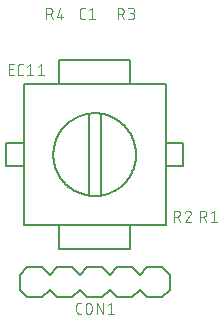
<source format=gbr>
G04 EAGLE Gerber RS-274X export*
G75*
%MOMM*%
%FSLAX34Y34*%
%LPD*%
%INSilkscreen Top*%
%IPPOS*%
%AMOC8*
5,1,8,0,0,1.08239X$1,22.5*%
G01*
%ADD10C,0.076200*%
%ADD11C,0.203200*%
%ADD12C,0.101600*%
%ADD13C,0.127000*%


D10*
X271258Y330581D02*
X269169Y330581D01*
X269080Y330583D01*
X268992Y330589D01*
X268904Y330598D01*
X268816Y330611D01*
X268729Y330628D01*
X268643Y330648D01*
X268558Y330673D01*
X268473Y330700D01*
X268390Y330732D01*
X268309Y330766D01*
X268229Y330805D01*
X268151Y330846D01*
X268074Y330891D01*
X268000Y330939D01*
X267927Y330990D01*
X267857Y331044D01*
X267790Y331102D01*
X267724Y331162D01*
X267662Y331224D01*
X267602Y331290D01*
X267544Y331357D01*
X267490Y331427D01*
X267439Y331500D01*
X267391Y331574D01*
X267346Y331651D01*
X267305Y331729D01*
X267266Y331809D01*
X267232Y331890D01*
X267200Y331973D01*
X267173Y332058D01*
X267148Y332143D01*
X267128Y332229D01*
X267111Y332316D01*
X267098Y332404D01*
X267089Y332492D01*
X267083Y332580D01*
X267081Y332669D01*
X267081Y337891D01*
X267083Y337982D01*
X267089Y338073D01*
X267099Y338164D01*
X267113Y338254D01*
X267130Y338343D01*
X267152Y338431D01*
X267178Y338519D01*
X267207Y338605D01*
X267240Y338690D01*
X267277Y338773D01*
X267317Y338855D01*
X267361Y338935D01*
X267408Y339013D01*
X267459Y339089D01*
X267512Y339162D01*
X267569Y339233D01*
X267630Y339302D01*
X267693Y339367D01*
X267758Y339430D01*
X267827Y339490D01*
X267898Y339548D01*
X267971Y339601D01*
X268047Y339652D01*
X268125Y339699D01*
X268205Y339743D01*
X268287Y339783D01*
X268370Y339820D01*
X268455Y339853D01*
X268541Y339882D01*
X268629Y339908D01*
X268717Y339930D01*
X268806Y339947D01*
X268896Y339961D01*
X268987Y339971D01*
X269078Y339977D01*
X269169Y339979D01*
X271258Y339979D01*
X274727Y337891D02*
X277337Y339979D01*
X277337Y330581D01*
X274727Y330581D02*
X279948Y330581D01*
D11*
X298450Y120650D02*
X311150Y120650D01*
X317500Y114300D01*
X317500Y101600D02*
X311150Y95250D01*
X317500Y114300D02*
X323850Y120650D01*
X336550Y120650D01*
X342900Y114300D01*
X342900Y101600D02*
X336550Y95250D01*
X323850Y95250D01*
X317500Y101600D01*
X273050Y120650D02*
X266700Y114300D01*
X273050Y120650D02*
X285750Y120650D01*
X292100Y114300D01*
X292100Y101600D02*
X285750Y95250D01*
X273050Y95250D01*
X266700Y101600D01*
X292100Y114300D02*
X298450Y120650D01*
X292100Y101600D02*
X298450Y95250D01*
X311150Y95250D01*
X234950Y120650D02*
X222250Y120650D01*
X234950Y120650D02*
X241300Y114300D01*
X241300Y101600D02*
X234950Y95250D01*
X241300Y114300D02*
X247650Y120650D01*
X260350Y120650D01*
X266700Y114300D01*
X266700Y101600D02*
X260350Y95250D01*
X247650Y95250D01*
X241300Y101600D01*
X215900Y101600D02*
X215900Y114300D01*
X222250Y120650D01*
X215900Y101600D02*
X222250Y95250D01*
X234950Y95250D01*
X342900Y101600D02*
X342900Y114300D01*
D12*
X268097Y81153D02*
X266065Y81153D01*
X265976Y81155D01*
X265888Y81161D01*
X265800Y81170D01*
X265712Y81184D01*
X265625Y81201D01*
X265539Y81222D01*
X265454Y81247D01*
X265370Y81276D01*
X265287Y81308D01*
X265206Y81343D01*
X265127Y81383D01*
X265049Y81425D01*
X264973Y81471D01*
X264899Y81520D01*
X264828Y81573D01*
X264759Y81628D01*
X264692Y81687D01*
X264628Y81748D01*
X264567Y81812D01*
X264508Y81879D01*
X264453Y81948D01*
X264400Y82019D01*
X264351Y82093D01*
X264305Y82169D01*
X264263Y82247D01*
X264223Y82326D01*
X264188Y82407D01*
X264156Y82490D01*
X264127Y82574D01*
X264102Y82659D01*
X264081Y82745D01*
X264064Y82832D01*
X264050Y82920D01*
X264041Y83008D01*
X264035Y83096D01*
X264033Y83185D01*
X264033Y88265D01*
X264035Y88354D01*
X264041Y88442D01*
X264050Y88530D01*
X264064Y88618D01*
X264081Y88705D01*
X264102Y88791D01*
X264127Y88876D01*
X264156Y88960D01*
X264188Y89043D01*
X264223Y89124D01*
X264263Y89203D01*
X264305Y89281D01*
X264351Y89357D01*
X264400Y89431D01*
X264453Y89502D01*
X264508Y89571D01*
X264567Y89638D01*
X264628Y89702D01*
X264692Y89763D01*
X264759Y89822D01*
X264828Y89877D01*
X264899Y89930D01*
X264973Y89979D01*
X265049Y90025D01*
X265127Y90067D01*
X265206Y90107D01*
X265287Y90142D01*
X265370Y90174D01*
X265454Y90203D01*
X265539Y90228D01*
X265625Y90249D01*
X265712Y90266D01*
X265800Y90280D01*
X265888Y90289D01*
X265976Y90295D01*
X266065Y90297D01*
X268097Y90297D01*
X271683Y87757D02*
X271683Y83693D01*
X271683Y87757D02*
X271685Y87857D01*
X271691Y87956D01*
X271701Y88056D01*
X271714Y88154D01*
X271732Y88253D01*
X271753Y88350D01*
X271778Y88446D01*
X271807Y88542D01*
X271840Y88636D01*
X271876Y88729D01*
X271916Y88820D01*
X271960Y88910D01*
X272007Y88998D01*
X272057Y89084D01*
X272111Y89168D01*
X272168Y89250D01*
X272228Y89329D01*
X272292Y89407D01*
X272358Y89481D01*
X272427Y89553D01*
X272499Y89622D01*
X272573Y89688D01*
X272651Y89752D01*
X272730Y89812D01*
X272812Y89869D01*
X272896Y89923D01*
X272982Y89973D01*
X273070Y90020D01*
X273160Y90064D01*
X273251Y90104D01*
X273344Y90140D01*
X273438Y90173D01*
X273534Y90202D01*
X273630Y90227D01*
X273727Y90248D01*
X273826Y90266D01*
X273924Y90279D01*
X274024Y90289D01*
X274123Y90295D01*
X274223Y90297D01*
X274323Y90295D01*
X274422Y90289D01*
X274522Y90279D01*
X274620Y90266D01*
X274719Y90248D01*
X274816Y90227D01*
X274912Y90202D01*
X275008Y90173D01*
X275102Y90140D01*
X275195Y90104D01*
X275286Y90064D01*
X275376Y90020D01*
X275464Y89973D01*
X275550Y89923D01*
X275634Y89869D01*
X275716Y89812D01*
X275795Y89752D01*
X275873Y89688D01*
X275947Y89622D01*
X276019Y89553D01*
X276088Y89481D01*
X276154Y89407D01*
X276218Y89329D01*
X276278Y89250D01*
X276335Y89168D01*
X276389Y89084D01*
X276439Y88998D01*
X276486Y88910D01*
X276530Y88820D01*
X276570Y88729D01*
X276606Y88636D01*
X276639Y88542D01*
X276668Y88446D01*
X276693Y88350D01*
X276714Y88253D01*
X276732Y88154D01*
X276745Y88056D01*
X276755Y87956D01*
X276761Y87857D01*
X276763Y87757D01*
X276763Y83693D01*
X276761Y83593D01*
X276755Y83494D01*
X276745Y83394D01*
X276732Y83296D01*
X276714Y83197D01*
X276693Y83100D01*
X276668Y83004D01*
X276639Y82908D01*
X276606Y82814D01*
X276570Y82721D01*
X276530Y82630D01*
X276486Y82540D01*
X276439Y82452D01*
X276389Y82366D01*
X276335Y82282D01*
X276278Y82200D01*
X276218Y82121D01*
X276154Y82043D01*
X276088Y81969D01*
X276019Y81897D01*
X275947Y81828D01*
X275873Y81762D01*
X275795Y81698D01*
X275716Y81638D01*
X275634Y81581D01*
X275550Y81527D01*
X275464Y81477D01*
X275376Y81430D01*
X275286Y81386D01*
X275195Y81346D01*
X275102Y81310D01*
X275008Y81277D01*
X274912Y81248D01*
X274816Y81223D01*
X274719Y81202D01*
X274620Y81184D01*
X274522Y81171D01*
X274422Y81161D01*
X274323Y81155D01*
X274223Y81153D01*
X274123Y81155D01*
X274024Y81161D01*
X273924Y81171D01*
X273826Y81184D01*
X273727Y81202D01*
X273630Y81223D01*
X273534Y81248D01*
X273438Y81277D01*
X273344Y81310D01*
X273251Y81346D01*
X273160Y81386D01*
X273070Y81430D01*
X272982Y81477D01*
X272896Y81527D01*
X272812Y81581D01*
X272730Y81638D01*
X272651Y81698D01*
X272573Y81762D01*
X272499Y81828D01*
X272427Y81897D01*
X272358Y81969D01*
X272292Y82043D01*
X272228Y82121D01*
X272168Y82200D01*
X272111Y82282D01*
X272057Y82366D01*
X272007Y82452D01*
X271960Y82540D01*
X271916Y82630D01*
X271876Y82721D01*
X271840Y82814D01*
X271807Y82908D01*
X271778Y83004D01*
X271753Y83100D01*
X271732Y83197D01*
X271714Y83296D01*
X271701Y83394D01*
X271691Y83494D01*
X271685Y83593D01*
X271683Y83693D01*
X281132Y81153D02*
X281132Y90297D01*
X286212Y81153D01*
X286212Y90297D01*
X290580Y88265D02*
X293120Y90297D01*
X293120Y81153D01*
X290580Y81153D02*
X295660Y81153D01*
D10*
X368681Y159131D02*
X368681Y168529D01*
X371292Y168529D01*
X371393Y168527D01*
X371494Y168521D01*
X371595Y168511D01*
X371695Y168498D01*
X371795Y168480D01*
X371894Y168459D01*
X371992Y168433D01*
X372089Y168404D01*
X372185Y168372D01*
X372279Y168335D01*
X372372Y168295D01*
X372464Y168251D01*
X372553Y168204D01*
X372641Y168153D01*
X372727Y168099D01*
X372810Y168042D01*
X372892Y167982D01*
X372970Y167918D01*
X373047Y167852D01*
X373120Y167782D01*
X373191Y167710D01*
X373259Y167635D01*
X373324Y167557D01*
X373386Y167477D01*
X373445Y167395D01*
X373501Y167310D01*
X373553Y167223D01*
X373602Y167135D01*
X373648Y167044D01*
X373689Y166952D01*
X373728Y166858D01*
X373762Y166763D01*
X373793Y166667D01*
X373820Y166569D01*
X373844Y166471D01*
X373863Y166371D01*
X373879Y166271D01*
X373891Y166171D01*
X373899Y166070D01*
X373903Y165969D01*
X373903Y165867D01*
X373899Y165766D01*
X373891Y165665D01*
X373879Y165565D01*
X373863Y165465D01*
X373844Y165365D01*
X373820Y165267D01*
X373793Y165169D01*
X373762Y165073D01*
X373728Y164978D01*
X373689Y164884D01*
X373648Y164792D01*
X373602Y164701D01*
X373553Y164612D01*
X373501Y164526D01*
X373445Y164441D01*
X373386Y164359D01*
X373324Y164279D01*
X373259Y164201D01*
X373191Y164126D01*
X373120Y164054D01*
X373047Y163984D01*
X372970Y163918D01*
X372892Y163854D01*
X372810Y163794D01*
X372727Y163737D01*
X372641Y163683D01*
X372553Y163632D01*
X372464Y163585D01*
X372372Y163541D01*
X372279Y163501D01*
X372185Y163464D01*
X372089Y163432D01*
X371992Y163403D01*
X371894Y163377D01*
X371795Y163356D01*
X371695Y163338D01*
X371595Y163325D01*
X371494Y163315D01*
X371393Y163309D01*
X371292Y163307D01*
X371292Y163308D02*
X368681Y163308D01*
X371814Y163308D02*
X373902Y159131D01*
X377768Y166441D02*
X380378Y168529D01*
X380378Y159131D01*
X377768Y159131D02*
X382989Y159131D01*
X346456Y159131D02*
X346456Y168529D01*
X349067Y168529D01*
X349168Y168527D01*
X349269Y168521D01*
X349370Y168511D01*
X349470Y168498D01*
X349570Y168480D01*
X349669Y168459D01*
X349767Y168433D01*
X349864Y168404D01*
X349960Y168372D01*
X350054Y168335D01*
X350147Y168295D01*
X350239Y168251D01*
X350328Y168204D01*
X350416Y168153D01*
X350502Y168099D01*
X350585Y168042D01*
X350667Y167982D01*
X350745Y167918D01*
X350822Y167852D01*
X350895Y167782D01*
X350966Y167710D01*
X351034Y167635D01*
X351099Y167557D01*
X351161Y167477D01*
X351220Y167395D01*
X351276Y167310D01*
X351328Y167223D01*
X351377Y167135D01*
X351423Y167044D01*
X351464Y166952D01*
X351503Y166858D01*
X351537Y166763D01*
X351568Y166667D01*
X351595Y166569D01*
X351619Y166471D01*
X351638Y166371D01*
X351654Y166271D01*
X351666Y166171D01*
X351674Y166070D01*
X351678Y165969D01*
X351678Y165867D01*
X351674Y165766D01*
X351666Y165665D01*
X351654Y165565D01*
X351638Y165465D01*
X351619Y165365D01*
X351595Y165267D01*
X351568Y165169D01*
X351537Y165073D01*
X351503Y164978D01*
X351464Y164884D01*
X351423Y164792D01*
X351377Y164701D01*
X351328Y164612D01*
X351276Y164526D01*
X351220Y164441D01*
X351161Y164359D01*
X351099Y164279D01*
X351034Y164201D01*
X350966Y164126D01*
X350895Y164054D01*
X350822Y163984D01*
X350745Y163918D01*
X350667Y163854D01*
X350585Y163794D01*
X350502Y163737D01*
X350416Y163683D01*
X350328Y163632D01*
X350239Y163585D01*
X350147Y163541D01*
X350054Y163501D01*
X349960Y163464D01*
X349864Y163432D01*
X349767Y163403D01*
X349669Y163377D01*
X349570Y163356D01*
X349470Y163338D01*
X349370Y163325D01*
X349269Y163315D01*
X349168Y163309D01*
X349067Y163307D01*
X349067Y163308D02*
X346456Y163308D01*
X349589Y163308D02*
X351677Y159131D01*
X360765Y166180D02*
X360763Y166275D01*
X360757Y166369D01*
X360748Y166463D01*
X360735Y166557D01*
X360718Y166650D01*
X360697Y166742D01*
X360672Y166834D01*
X360644Y166924D01*
X360612Y167013D01*
X360577Y167101D01*
X360538Y167187D01*
X360496Y167272D01*
X360450Y167355D01*
X360401Y167436D01*
X360349Y167515D01*
X360294Y167592D01*
X360235Y167666D01*
X360174Y167738D01*
X360110Y167808D01*
X360043Y167875D01*
X359973Y167939D01*
X359901Y168000D01*
X359827Y168059D01*
X359750Y168114D01*
X359671Y168166D01*
X359590Y168215D01*
X359507Y168261D01*
X359422Y168303D01*
X359336Y168342D01*
X359248Y168377D01*
X359159Y168409D01*
X359069Y168437D01*
X358977Y168462D01*
X358885Y168483D01*
X358792Y168500D01*
X358698Y168513D01*
X358604Y168522D01*
X358510Y168528D01*
X358415Y168530D01*
X358415Y168529D02*
X358307Y168527D01*
X358198Y168521D01*
X358090Y168511D01*
X357983Y168498D01*
X357876Y168480D01*
X357769Y168459D01*
X357664Y168434D01*
X357559Y168405D01*
X357456Y168373D01*
X357354Y168336D01*
X357253Y168296D01*
X357154Y168253D01*
X357056Y168206D01*
X356960Y168155D01*
X356866Y168101D01*
X356774Y168044D01*
X356684Y167983D01*
X356596Y167919D01*
X356511Y167853D01*
X356428Y167783D01*
X356348Y167710D01*
X356270Y167634D01*
X356195Y167556D01*
X356123Y167475D01*
X356054Y167391D01*
X355988Y167305D01*
X355925Y167217D01*
X355866Y167126D01*
X355809Y167034D01*
X355756Y166939D01*
X355707Y166843D01*
X355661Y166744D01*
X355618Y166645D01*
X355579Y166543D01*
X355544Y166441D01*
X359981Y164352D02*
X360050Y164421D01*
X360116Y164492D01*
X360180Y164565D01*
X360241Y164641D01*
X360299Y164720D01*
X360353Y164800D01*
X360405Y164883D01*
X360453Y164967D01*
X360499Y165053D01*
X360540Y165141D01*
X360579Y165231D01*
X360614Y165322D01*
X360645Y165414D01*
X360673Y165507D01*
X360697Y165601D01*
X360717Y165696D01*
X360734Y165792D01*
X360747Y165889D01*
X360756Y165986D01*
X360762Y166083D01*
X360764Y166180D01*
X359981Y164352D02*
X355543Y159131D01*
X360764Y159131D01*
X298831Y330581D02*
X298831Y339979D01*
X301442Y339979D01*
X301543Y339977D01*
X301644Y339971D01*
X301745Y339961D01*
X301845Y339948D01*
X301945Y339930D01*
X302044Y339909D01*
X302142Y339883D01*
X302239Y339854D01*
X302335Y339822D01*
X302429Y339785D01*
X302522Y339745D01*
X302614Y339701D01*
X302703Y339654D01*
X302791Y339603D01*
X302877Y339549D01*
X302960Y339492D01*
X303042Y339432D01*
X303120Y339368D01*
X303197Y339302D01*
X303270Y339232D01*
X303341Y339160D01*
X303409Y339085D01*
X303474Y339007D01*
X303536Y338927D01*
X303595Y338845D01*
X303651Y338760D01*
X303703Y338673D01*
X303752Y338585D01*
X303798Y338494D01*
X303839Y338402D01*
X303878Y338308D01*
X303912Y338213D01*
X303943Y338117D01*
X303970Y338019D01*
X303994Y337921D01*
X304013Y337821D01*
X304029Y337721D01*
X304041Y337621D01*
X304049Y337520D01*
X304053Y337419D01*
X304053Y337317D01*
X304049Y337216D01*
X304041Y337115D01*
X304029Y337015D01*
X304013Y336915D01*
X303994Y336815D01*
X303970Y336717D01*
X303943Y336619D01*
X303912Y336523D01*
X303878Y336428D01*
X303839Y336334D01*
X303798Y336242D01*
X303752Y336151D01*
X303703Y336063D01*
X303651Y335976D01*
X303595Y335891D01*
X303536Y335809D01*
X303474Y335729D01*
X303409Y335651D01*
X303341Y335576D01*
X303270Y335504D01*
X303197Y335434D01*
X303120Y335368D01*
X303042Y335304D01*
X302960Y335244D01*
X302877Y335187D01*
X302791Y335133D01*
X302703Y335082D01*
X302614Y335035D01*
X302522Y334991D01*
X302429Y334951D01*
X302335Y334914D01*
X302239Y334882D01*
X302142Y334853D01*
X302044Y334827D01*
X301945Y334806D01*
X301845Y334788D01*
X301745Y334775D01*
X301644Y334765D01*
X301543Y334759D01*
X301442Y334757D01*
X301442Y334758D02*
X298831Y334758D01*
X301964Y334758D02*
X304052Y330581D01*
X307918Y330581D02*
X310528Y330581D01*
X310629Y330583D01*
X310730Y330589D01*
X310831Y330599D01*
X310931Y330612D01*
X311031Y330630D01*
X311130Y330651D01*
X311228Y330677D01*
X311325Y330706D01*
X311421Y330738D01*
X311515Y330775D01*
X311608Y330815D01*
X311700Y330859D01*
X311789Y330906D01*
X311877Y330957D01*
X311963Y331011D01*
X312046Y331068D01*
X312128Y331128D01*
X312206Y331192D01*
X312283Y331258D01*
X312356Y331328D01*
X312427Y331400D01*
X312495Y331475D01*
X312560Y331553D01*
X312622Y331633D01*
X312681Y331715D01*
X312737Y331800D01*
X312789Y331887D01*
X312838Y331975D01*
X312884Y332066D01*
X312925Y332158D01*
X312964Y332252D01*
X312998Y332347D01*
X313029Y332443D01*
X313056Y332541D01*
X313080Y332639D01*
X313099Y332739D01*
X313115Y332839D01*
X313127Y332939D01*
X313135Y333040D01*
X313139Y333141D01*
X313139Y333243D01*
X313135Y333344D01*
X313127Y333445D01*
X313115Y333545D01*
X313099Y333645D01*
X313080Y333745D01*
X313056Y333843D01*
X313029Y333941D01*
X312998Y334037D01*
X312964Y334132D01*
X312925Y334226D01*
X312884Y334318D01*
X312838Y334409D01*
X312789Y334497D01*
X312737Y334584D01*
X312681Y334669D01*
X312622Y334751D01*
X312560Y334831D01*
X312495Y334909D01*
X312427Y334984D01*
X312356Y335056D01*
X312283Y335126D01*
X312206Y335192D01*
X312128Y335256D01*
X312046Y335316D01*
X311963Y335373D01*
X311877Y335427D01*
X311789Y335478D01*
X311700Y335525D01*
X311608Y335569D01*
X311515Y335609D01*
X311421Y335646D01*
X311325Y335678D01*
X311228Y335707D01*
X311130Y335733D01*
X311031Y335754D01*
X310931Y335772D01*
X310831Y335785D01*
X310730Y335795D01*
X310629Y335801D01*
X310528Y335803D01*
X311051Y339979D02*
X307918Y339979D01*
X311051Y339979D02*
X311141Y339977D01*
X311230Y339971D01*
X311320Y339962D01*
X311409Y339948D01*
X311497Y339931D01*
X311584Y339910D01*
X311671Y339885D01*
X311756Y339856D01*
X311840Y339824D01*
X311922Y339789D01*
X312003Y339749D01*
X312082Y339707D01*
X312159Y339661D01*
X312234Y339611D01*
X312307Y339559D01*
X312378Y339503D01*
X312446Y339445D01*
X312511Y339383D01*
X312574Y339319D01*
X312634Y339252D01*
X312691Y339183D01*
X312745Y339111D01*
X312796Y339037D01*
X312844Y338961D01*
X312888Y338883D01*
X312929Y338803D01*
X312967Y338721D01*
X313001Y338638D01*
X313031Y338553D01*
X313058Y338467D01*
X313081Y338381D01*
X313100Y338293D01*
X313115Y338204D01*
X313127Y338115D01*
X313135Y338026D01*
X313139Y337936D01*
X313139Y337846D01*
X313135Y337756D01*
X313127Y337667D01*
X313115Y337578D01*
X313100Y337489D01*
X313081Y337401D01*
X313058Y337315D01*
X313031Y337229D01*
X313001Y337144D01*
X312967Y337061D01*
X312929Y336979D01*
X312888Y336899D01*
X312844Y336821D01*
X312796Y336745D01*
X312745Y336671D01*
X312691Y336599D01*
X312634Y336530D01*
X312574Y336463D01*
X312511Y336399D01*
X312446Y336337D01*
X312378Y336279D01*
X312307Y336223D01*
X312234Y336171D01*
X312159Y336121D01*
X312082Y336075D01*
X312003Y336033D01*
X311922Y335993D01*
X311840Y335958D01*
X311756Y335926D01*
X311671Y335897D01*
X311584Y335872D01*
X311497Y335851D01*
X311409Y335834D01*
X311320Y335820D01*
X311230Y335811D01*
X311141Y335805D01*
X311051Y335803D01*
X311051Y335802D02*
X308962Y335802D01*
X238506Y339979D02*
X238506Y330581D01*
X238506Y339979D02*
X241117Y339979D01*
X241218Y339977D01*
X241319Y339971D01*
X241420Y339961D01*
X241520Y339948D01*
X241620Y339930D01*
X241719Y339909D01*
X241817Y339883D01*
X241914Y339854D01*
X242010Y339822D01*
X242104Y339785D01*
X242197Y339745D01*
X242289Y339701D01*
X242378Y339654D01*
X242466Y339603D01*
X242552Y339549D01*
X242635Y339492D01*
X242717Y339432D01*
X242795Y339368D01*
X242872Y339302D01*
X242945Y339232D01*
X243016Y339160D01*
X243084Y339085D01*
X243149Y339007D01*
X243211Y338927D01*
X243270Y338845D01*
X243326Y338760D01*
X243378Y338673D01*
X243427Y338585D01*
X243473Y338494D01*
X243514Y338402D01*
X243553Y338308D01*
X243587Y338213D01*
X243618Y338117D01*
X243645Y338019D01*
X243669Y337921D01*
X243688Y337821D01*
X243704Y337721D01*
X243716Y337621D01*
X243724Y337520D01*
X243728Y337419D01*
X243728Y337317D01*
X243724Y337216D01*
X243716Y337115D01*
X243704Y337015D01*
X243688Y336915D01*
X243669Y336815D01*
X243645Y336717D01*
X243618Y336619D01*
X243587Y336523D01*
X243553Y336428D01*
X243514Y336334D01*
X243473Y336242D01*
X243427Y336151D01*
X243378Y336063D01*
X243326Y335976D01*
X243270Y335891D01*
X243211Y335809D01*
X243149Y335729D01*
X243084Y335651D01*
X243016Y335576D01*
X242945Y335504D01*
X242872Y335434D01*
X242795Y335368D01*
X242717Y335304D01*
X242635Y335244D01*
X242552Y335187D01*
X242466Y335133D01*
X242378Y335082D01*
X242289Y335035D01*
X242197Y334991D01*
X242104Y334951D01*
X242010Y334914D01*
X241914Y334882D01*
X241817Y334853D01*
X241719Y334827D01*
X241620Y334806D01*
X241520Y334788D01*
X241420Y334775D01*
X241319Y334765D01*
X241218Y334759D01*
X241117Y334757D01*
X241117Y334758D02*
X238506Y334758D01*
X241639Y334758D02*
X243727Y330581D01*
X247593Y332669D02*
X249681Y339979D01*
X247593Y332669D02*
X252814Y332669D01*
X251248Y334758D02*
X251248Y330581D01*
D13*
X249400Y275900D02*
X219400Y275900D01*
X249400Y275900D02*
X309400Y275900D01*
X339400Y275900D01*
X339400Y225900D01*
X339400Y205900D01*
X339400Y155900D01*
X309400Y155900D01*
X249400Y155900D01*
X219400Y155900D01*
X219400Y205900D01*
X219400Y225900D01*
X219400Y275900D01*
X249400Y155900D02*
X249400Y135900D01*
X309400Y135900D01*
X309400Y155900D01*
X249400Y275900D02*
X249400Y295900D01*
X309400Y295900D01*
X309400Y275900D01*
X219400Y225900D02*
X204400Y225900D01*
X204400Y205900D01*
X219400Y205900D01*
X339400Y225900D02*
X354400Y225900D01*
X354400Y205900D01*
X339400Y205900D01*
X244400Y215900D02*
X244411Y216759D01*
X244442Y217617D01*
X244495Y218475D01*
X244569Y219331D01*
X244663Y220184D01*
X244779Y221036D01*
X244915Y221884D01*
X245073Y222728D01*
X245250Y223569D01*
X245449Y224404D01*
X245668Y225235D01*
X245907Y226060D01*
X246167Y226879D01*
X246446Y227691D01*
X246745Y228496D01*
X247064Y229294D01*
X247403Y230083D01*
X247760Y230864D01*
X248137Y231636D01*
X248533Y232399D01*
X248947Y233151D01*
X249379Y233894D01*
X249830Y234625D01*
X250299Y235345D01*
X250785Y236053D01*
X251288Y236749D01*
X251808Y237433D01*
X252345Y238104D01*
X252898Y238761D01*
X253467Y239405D01*
X254051Y240034D01*
X254651Y240649D01*
X255266Y241249D01*
X255895Y241833D01*
X256539Y242402D01*
X257196Y242955D01*
X257867Y243492D01*
X258551Y244012D01*
X259247Y244515D01*
X259955Y245001D01*
X260675Y245470D01*
X261406Y245921D01*
X262149Y246353D01*
X262901Y246767D01*
X263664Y247163D01*
X264436Y247540D01*
X265217Y247897D01*
X266006Y248236D01*
X266804Y248555D01*
X267609Y248854D01*
X268421Y249133D01*
X269240Y249393D01*
X270065Y249632D01*
X270896Y249851D01*
X271731Y250050D01*
X272572Y250227D01*
X273416Y250385D01*
X274264Y250521D01*
X275116Y250637D01*
X275969Y250731D01*
X276825Y250805D01*
X277683Y250858D01*
X278541Y250889D01*
X279400Y250900D01*
X280259Y250889D01*
X281117Y250858D01*
X281975Y250805D01*
X282831Y250731D01*
X283684Y250637D01*
X284536Y250521D01*
X285384Y250385D01*
X286228Y250227D01*
X287069Y250050D01*
X287904Y249851D01*
X288735Y249632D01*
X289560Y249393D01*
X290379Y249133D01*
X291191Y248854D01*
X291996Y248555D01*
X292794Y248236D01*
X293583Y247897D01*
X294364Y247540D01*
X295136Y247163D01*
X295899Y246767D01*
X296651Y246353D01*
X297394Y245921D01*
X298125Y245470D01*
X298845Y245001D01*
X299553Y244515D01*
X300249Y244012D01*
X300933Y243492D01*
X301604Y242955D01*
X302261Y242402D01*
X302905Y241833D01*
X303534Y241249D01*
X304149Y240649D01*
X304749Y240034D01*
X305333Y239405D01*
X305902Y238761D01*
X306455Y238104D01*
X306992Y237433D01*
X307512Y236749D01*
X308015Y236053D01*
X308501Y235345D01*
X308970Y234625D01*
X309421Y233894D01*
X309853Y233151D01*
X310267Y232399D01*
X310663Y231636D01*
X311040Y230864D01*
X311397Y230083D01*
X311736Y229294D01*
X312055Y228496D01*
X312354Y227691D01*
X312633Y226879D01*
X312893Y226060D01*
X313132Y225235D01*
X313351Y224404D01*
X313550Y223569D01*
X313727Y222728D01*
X313885Y221884D01*
X314021Y221036D01*
X314137Y220184D01*
X314231Y219331D01*
X314305Y218475D01*
X314358Y217617D01*
X314389Y216759D01*
X314400Y215900D01*
X314389Y215041D01*
X314358Y214183D01*
X314305Y213325D01*
X314231Y212469D01*
X314137Y211616D01*
X314021Y210764D01*
X313885Y209916D01*
X313727Y209072D01*
X313550Y208231D01*
X313351Y207396D01*
X313132Y206565D01*
X312893Y205740D01*
X312633Y204921D01*
X312354Y204109D01*
X312055Y203304D01*
X311736Y202506D01*
X311397Y201717D01*
X311040Y200936D01*
X310663Y200164D01*
X310267Y199401D01*
X309853Y198649D01*
X309421Y197906D01*
X308970Y197175D01*
X308501Y196455D01*
X308015Y195747D01*
X307512Y195051D01*
X306992Y194367D01*
X306455Y193696D01*
X305902Y193039D01*
X305333Y192395D01*
X304749Y191766D01*
X304149Y191151D01*
X303534Y190551D01*
X302905Y189967D01*
X302261Y189398D01*
X301604Y188845D01*
X300933Y188308D01*
X300249Y187788D01*
X299553Y187285D01*
X298845Y186799D01*
X298125Y186330D01*
X297394Y185879D01*
X296651Y185447D01*
X295899Y185033D01*
X295136Y184637D01*
X294364Y184260D01*
X293583Y183903D01*
X292794Y183564D01*
X291996Y183245D01*
X291191Y182946D01*
X290379Y182667D01*
X289560Y182407D01*
X288735Y182168D01*
X287904Y181949D01*
X287069Y181750D01*
X286228Y181573D01*
X285384Y181415D01*
X284536Y181279D01*
X283684Y181163D01*
X282831Y181069D01*
X281975Y180995D01*
X281117Y180942D01*
X280259Y180911D01*
X279400Y180900D01*
X278541Y180911D01*
X277683Y180942D01*
X276825Y180995D01*
X275969Y181069D01*
X275116Y181163D01*
X274264Y181279D01*
X273416Y181415D01*
X272572Y181573D01*
X271731Y181750D01*
X270896Y181949D01*
X270065Y182168D01*
X269240Y182407D01*
X268421Y182667D01*
X267609Y182946D01*
X266804Y183245D01*
X266006Y183564D01*
X265217Y183903D01*
X264436Y184260D01*
X263664Y184637D01*
X262901Y185033D01*
X262149Y185447D01*
X261406Y185879D01*
X260675Y186330D01*
X259955Y186799D01*
X259247Y187285D01*
X258551Y187788D01*
X257867Y188308D01*
X257196Y188845D01*
X256539Y189398D01*
X255895Y189967D01*
X255266Y190551D01*
X254651Y191151D01*
X254051Y191766D01*
X253467Y192395D01*
X252898Y193039D01*
X252345Y193696D01*
X251808Y194367D01*
X251288Y195051D01*
X250785Y195747D01*
X250299Y196455D01*
X249830Y197175D01*
X249379Y197906D01*
X248947Y198649D01*
X248533Y199401D01*
X248137Y200164D01*
X247760Y200936D01*
X247403Y201717D01*
X247064Y202506D01*
X246745Y203304D01*
X246446Y204109D01*
X246167Y204921D01*
X245907Y205740D01*
X245668Y206565D01*
X245449Y207396D01*
X245250Y208231D01*
X245073Y209072D01*
X244915Y209916D01*
X244779Y210764D01*
X244663Y211616D01*
X244569Y212469D01*
X244495Y213325D01*
X244442Y214183D01*
X244411Y215041D01*
X244400Y215900D01*
X274400Y250900D02*
X274400Y180900D01*
X284400Y180900D02*
X284400Y250900D01*
D10*
X210933Y282956D02*
X206756Y282956D01*
X206756Y292354D01*
X210933Y292354D01*
X209889Y288177D02*
X206756Y288177D01*
X216421Y282956D02*
X218510Y282956D01*
X216421Y282956D02*
X216332Y282958D01*
X216244Y282964D01*
X216156Y282973D01*
X216068Y282986D01*
X215981Y283003D01*
X215895Y283023D01*
X215810Y283048D01*
X215725Y283075D01*
X215642Y283107D01*
X215561Y283141D01*
X215481Y283180D01*
X215403Y283221D01*
X215326Y283266D01*
X215252Y283314D01*
X215179Y283365D01*
X215109Y283419D01*
X215042Y283477D01*
X214976Y283537D01*
X214914Y283599D01*
X214854Y283665D01*
X214796Y283732D01*
X214742Y283802D01*
X214691Y283875D01*
X214643Y283949D01*
X214598Y284026D01*
X214557Y284104D01*
X214518Y284184D01*
X214484Y284265D01*
X214452Y284348D01*
X214425Y284433D01*
X214400Y284518D01*
X214380Y284604D01*
X214363Y284691D01*
X214350Y284779D01*
X214341Y284867D01*
X214335Y284955D01*
X214333Y285044D01*
X214333Y290266D01*
X214335Y290357D01*
X214341Y290448D01*
X214351Y290539D01*
X214365Y290629D01*
X214382Y290718D01*
X214404Y290806D01*
X214430Y290894D01*
X214459Y290980D01*
X214492Y291065D01*
X214529Y291148D01*
X214569Y291230D01*
X214613Y291310D01*
X214660Y291388D01*
X214711Y291464D01*
X214764Y291537D01*
X214821Y291608D01*
X214882Y291677D01*
X214945Y291742D01*
X215010Y291805D01*
X215079Y291865D01*
X215150Y291923D01*
X215223Y291976D01*
X215299Y292027D01*
X215377Y292074D01*
X215457Y292118D01*
X215539Y292158D01*
X215622Y292195D01*
X215707Y292228D01*
X215793Y292257D01*
X215881Y292283D01*
X215969Y292305D01*
X216058Y292322D01*
X216148Y292336D01*
X216239Y292346D01*
X216330Y292352D01*
X216421Y292354D01*
X218510Y292354D01*
X221978Y290266D02*
X224589Y292354D01*
X224589Y282956D01*
X221978Y282956D02*
X227200Y282956D01*
X231122Y290266D02*
X233733Y292354D01*
X233733Y282956D01*
X236343Y282956D02*
X231122Y282956D01*
M02*

</source>
